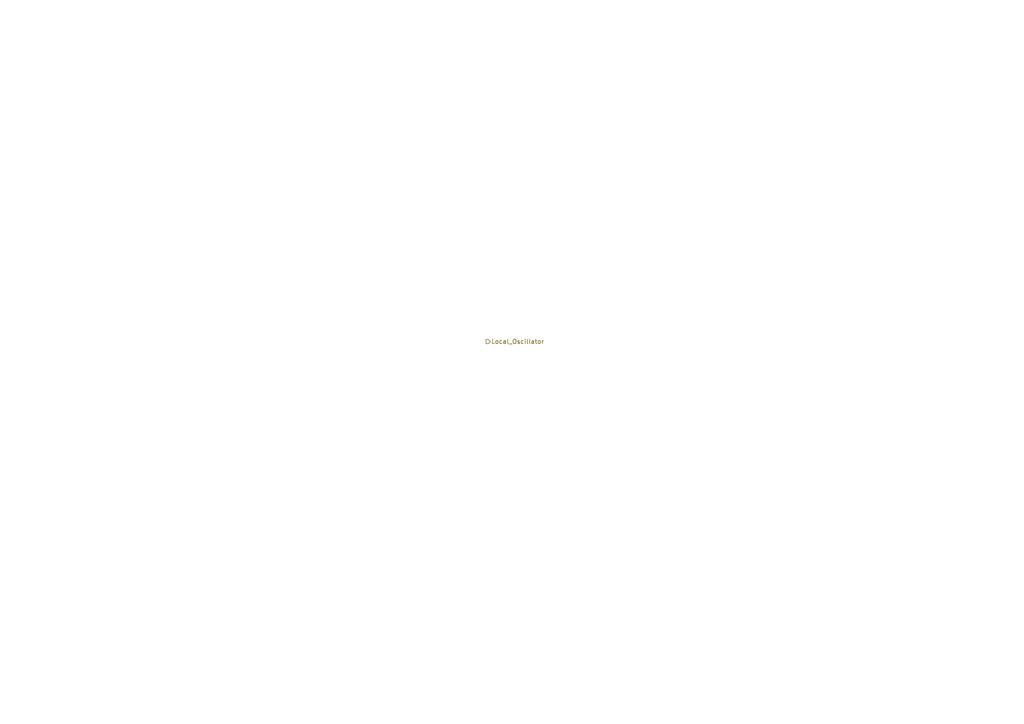
<source format=kicad_sch>
(kicad_sch
	(version 20250114)
	(generator "eeschema")
	(generator_version "9.0")
	(uuid "7231dcd1-0749-4918-8373-74a2801b3354")
	(paper "A4")
	(lib_symbols)
	(hierarchical_label "Local_Oscillator"
		(shape output)
		(at 140.97 99.06 0)
		(effects
			(font
				(size 1.27 1.27)
			)
			(justify left)
		)
		(uuid "17296ae5-89f5-4813-ac2f-f5be68bcf739")
	)
)

</source>
